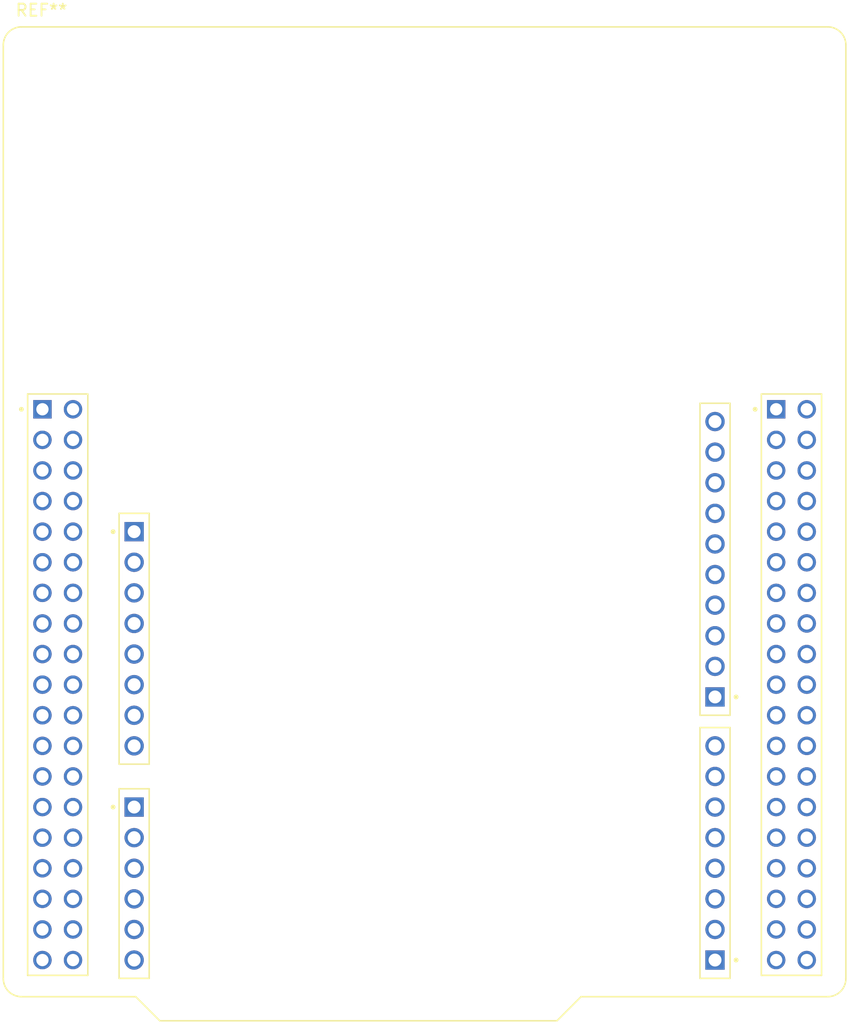
<source format=kicad_pcb>
(kicad_pcb (version 20240108) (generator "pcbnew") (generator_version "8.0")
  (layers (0 "F.Cu" signal) (31 "B.Cu" signal) (34 "B.Paste" user) (35 "F.Paste" user) (36 "B.SilkS" user "B.Silkscreen") (37 "F.SilkS" user "F.Silkscreen") (38 "B.Mask" user) (39 "F.Mask" user) (44 "Edge.Cuts" user))
  (net 0 "")
  (footprint "NUCLEO_F446RE:MODULE_NUCLEO-F446RE" (layer "F.Cu") (at 156.5 97)
    (property "Reference" "REF**" (at -31.825 -42.635 0) (layer "F.SilkS"))
    (property "Value" "MODULE_NUCLEO-F446RE")
    (fp_line (start -35 37.75) (end -35 -39.75) (stroke (width 0.127)) (layer "F.SilkS"))
    (fp_line (start -33.5 -41.25) (end 33.5 -41.25) (stroke (width 0.127)) (layer "F.SilkS"))
    (fp_line (start -32.98 -10.78) (end -32.98 37.48) (stroke (width 0.127)) (layer "F.SilkS"))
    (fp_line (start -32.98 37.48) (end -27.98 37.48) (stroke (width 0.127)) (layer "F.SilkS"))
    (fp_line (start -27.98 -10.78) (end -32.98 -10.78) (stroke (width 0.127)) (layer "F.SilkS"))
    (fp_line (start -27.98 37.48) (end -27.98 -10.78) (stroke (width 0.127)) (layer "F.SilkS"))
    (fp_line (start -25.38 -0.87) (end -25.38 19.95) (stroke (width 0.127)) (layer "F.SilkS"))
    (fp_line (start -25.38 19.95) (end -22.88 19.95) (stroke (width 0.127)) (layer "F.SilkS"))
    (fp_line (start -25.38 21.99) (end -25.38 37.73) (stroke (width 0.127)) (layer "F.SilkS"))
    (fp_line (start -25.38 37.73) (end -22.88 37.73) (stroke (width 0.127)) (layer "F.SilkS"))
    (fp_line (start -24 39.25) (end -33.5 39.25) (stroke (width 0.127)) (layer "F.SilkS"))
    (fp_line (start -22.88 -0.87) (end -25.38 -0.87) (stroke (width 0.127)) (layer "F.SilkS"))
    (fp_line (start -22.88 19.95) (end -22.88 -0.87) (stroke (width 0.127)) (layer "F.SilkS"))
    (fp_line (start -22.88 21.99) (end -25.38 21.99) (stroke (width 0.127)) (layer "F.SilkS"))
    (fp_line (start -22.88 37.73) (end -22.88 21.99) (stroke (width 0.127)) (layer "F.SilkS"))
    (fp_line (start -22 41.25) (end -24 39.25) (stroke (width 0.127)) (layer "F.SilkS"))
    (fp_line (start 11 41.25) (end -22 41.25) (stroke (width 0.127)) (layer "F.SilkS"))
    (fp_line (start 13 39.25) (end 11 41.25) (stroke (width 0.127)) (layer "F.SilkS"))
    (fp_line (start 22.88 -10.01) (end 22.88 15.89) (stroke (width 0.127)) (layer "F.SilkS"))
    (fp_line (start 22.88 15.89) (end 25.38 15.89) (stroke (width 0.127)) (layer "F.SilkS"))
    (fp_line (start 22.88 16.91) (end 22.88 37.73) (stroke (width 0.127)) (layer "F.SilkS"))
    (fp_line (start 22.88 37.73) (end 25.38 37.73) (stroke (width 0.127)) (layer "F.SilkS"))
    (fp_line (start 25.38 -10.01) (end 22.88 -10.01) (stroke (width 0.127)) (layer "F.SilkS"))
    (fp_line (start 25.38 15.89) (end 25.38 -10.01) (stroke (width 0.127)) (layer "F.SilkS"))
    (fp_line (start 25.38 16.91) (end 22.88 16.91) (stroke (width 0.127)) (layer "F.SilkS"))
    (fp_line (start 25.38 37.73) (end 25.38 16.91) (stroke (width 0.127)) (layer "F.SilkS"))
    (fp_line (start 27.98 -10.78) (end 27.98 37.48) (stroke (width 0.127)) (layer "F.SilkS"))
    (fp_line (start 27.98 37.48) (end 32.98 37.48) (stroke (width 0.127)) (layer "F.SilkS"))
    (fp_line (start 32.98 -10.78) (end 27.98 -10.78) (stroke (width 0.127)) (layer "F.SilkS"))
    (fp_line (start 32.98 37.48) (end 32.98 -10.78) (stroke (width 0.127)) (layer "F.SilkS"))
    (fp_line (start 33.5 39.25) (end 13 39.25) (stroke (width 0.127)) (layer "F.SilkS"))
    (fp_line (start 35 -39.75) (end 35 37.75) (stroke (width 0.127)) (layer "F.SilkS"))
    (fp_arc (start -35 -39.75) (mid -34.56066 -40.81066) (end -33.5 -41.25) (stroke (width 0.127)) (layer "F.SilkS"))
    (fp_arc (start -33.5 39.25) (mid -34.56066 38.81066) (end -35 37.75) (stroke (width 0.127)) (layer "F.SilkS"))
    (fp_arc (start 33.5 -41.25) (mid 34.56066 -40.81066) (end 35 -39.75) (stroke (width 0.127)) (layer "F.SilkS"))
    (fp_arc (start 35 37.75) (mid 34.56066 38.81066) (end 33.5 39.25) (stroke (width 0.127)) (layer "F.SilkS"))
    (fp_circle (center -33.5 -9.51) (end -33.4 -9.51) (stroke (width 0.2)) (fill none) (layer "F.SilkS"))
    (fp_circle (center -25.88 0.65) (end -25.78 0.65) (stroke (width 0.2)) (fill none) (layer "F.SilkS"))
    (fp_circle (center -25.88 23.51) (end -25.78 23.51) (stroke (width 0.2)) (fill none) (layer "F.SilkS"))
    (fp_circle (center 25.88 14.37) (end 25.98 14.37) (stroke (width 0.2)) (fill none) (layer "F.SilkS"))
    (fp_circle (center 25.88 36.21) (end 25.98 36.21) (stroke (width 0.2)) (fill none) (layer "F.SilkS"))
    (fp_circle (center 27.46 -9.51) (end 27.56 -9.51) (stroke (width 0.2)) (fill none) (layer "F.SilkS"))
    (pad "" np_thru_hole circle (at -24.13 -13.32) (size 3 3) (drill 3) (layers "*.Cu" "*.Mask"))
    (pad "" np_thru_hole circle (at 8.89 38.75) (size 3 3) (drill 3) (layers "*.Cu" "*.Mask"))
    (pad "" np_thru_hole circle (at 24.13 -12.05) (size 3 3) (drill 3) (layers "*.Cu" "*.Mask"))
    (pad "CN5_1" thru_hole rect (at 24.13 14.37) (size 1.605 1.605) (drill 1.07) (layers "*.Cu" "*.Mask"))
    (pad "CN5_2" thru_hole circle (at 24.13 11.83) (size 1.605 1.605) (drill 1.07) (layers "*.Cu" "*.Mask"))
    (pad "CN5_3" thru_hole circle (at 24.13 9.29) (size 1.605 1.605) (drill 1.07) (layers "*.Cu" "*.Mask"))
    (pad "CN5_4" thru_hole circle (at 24.13 6.75) (size 1.605 1.605) (drill 1.07) (layers "*.Cu" "*.Mask"))
    (pad "CN5_5" thru_hole circle (at 24.13 4.21) (size 1.605 1.605) (drill 1.07) (layers "*.Cu" "*.Mask"))
    (pad "CN5_6" thru_hole circle (at 24.13 1.67) (size 1.605 1.605) (drill 1.07) (layers "*.Cu" "*.Mask"))
    (pad "CN5_7" thru_hole circle (at 24.13 -0.87) (size 1.605 1.605) (drill 1.07) (layers "*.Cu" "*.Mask"))
    (pad "CN5_8" thru_hole circle (at 24.13 -3.41) (size 1.605 1.605) (drill 1.07) (layers "*.Cu" "*.Mask"))
    (pad "CN5_9" thru_hole circle (at 24.13 -5.95) (size 1.605 1.605) (drill 1.07) (layers "*.Cu" "*.Mask"))
    (pad "CN5_10" thru_hole circle (at 24.13 -8.49) (size 1.605 1.605) (drill 1.07) (layers "*.Cu" "*.Mask"))
    (pad "CN6_1" thru_hole rect (at -24.13 0.65) (size 1.605 1.605) (drill 1.07) (layers "*.Cu" "*.Mask"))
    (pad "CN6_2" thru_hole circle (at -24.13 3.19) (size 1.605 1.605) (drill 1.07) (layers "*.Cu" "*.Mask"))
    (pad "CN6_3" thru_hole circle (at -24.13 5.73) (size 1.605 1.605) (drill 1.07) (layers "*.Cu" "*.Mask"))
    (pad "CN6_4" thru_hole circle (at -24.13 8.27) (size 1.605 1.605) (drill 1.07) (layers "*.Cu" "*.Mask"))
    (pad "CN6_5" thru_hole circle (at -24.13 10.81) (size 1.605 1.605) (drill 1.07) (layers "*.Cu" "*.Mask"))
    (pad "CN6_6" thru_hole circle (at -24.13 13.35) (size 1.605 1.605) (drill 1.07) (layers "*.Cu" "*.Mask"))
    (pad "CN6_7" thru_hole circle (at -24.13 15.89) (size 1.605 1.605) (drill 1.07) (layers "*.Cu" "*.Mask"))
    (pad "CN6_8" thru_hole circle (at -24.13 18.43) (size 1.605 1.605) (drill 1.07) (layers "*.Cu" "*.Mask"))
    (pad "CN7_1" thru_hole rect (at -31.75 -9.51) (size 1.53 1.53) (drill 1.02) (layers "*.Cu" "*.Mask"))
    (pad "CN7_2" thru_hole circle (at -29.21 -9.51) (size 1.53 1.53) (drill 1.02) (layers "*.Cu" "*.Mask"))
    (pad "CN7_3" thru_hole circle (at -31.75 -6.97) (size 1.53 1.53) (drill 1.02) (layers "*.Cu" "*.Mask"))
    (pad "CN7_4" thru_hole circle (at -29.21 -6.97) (size 1.53 1.53) (drill 1.02) (layers "*.Cu" "*.Mask"))
    (pad "CN7_5" thru_hole circle (at -31.75 -4.43) (size 1.53 1.53) (drill 1.02) (layers "*.Cu" "*.Mask"))
    (pad "CN7_6" thru_hole circle (at -29.21 -4.43) (size 1.53 1.53) (drill 1.02) (layers "*.Cu" "*.Mask"))
    (pad "CN7_7" thru_hole circle (at -31.75 -1.89) (size 1.53 1.53) (drill 1.02) (layers "*.Cu" "*.Mask"))
    (pad "CN7_8" thru_hole circle (at -29.21 -1.89) (size 1.53 1.53) (drill 1.02) (layers "*.Cu" "*.Mask"))
    (pad "CN7_9" thru_hole circle (at -31.75 0.65) (size 1.53 1.53) (drill 1.02) (layers "*.Cu" "*.Mask"))
    (pad "CN7_10" thru_hole circle (at -29.21 0.65) (size 1.53 1.53) (drill 1.02) (layers "*.Cu" "*.Mask"))
    (pad "CN7_11" thru_hole circle (at -31.75 3.19) (size 1.53 1.53) (drill 1.02) (layers "*.Cu" "*.Mask"))
    (pad "CN7_12" thru_hole circle (at -29.21 3.19) (size 1.53 1.53) (drill 1.02) (layers "*.Cu" "*.Mask"))
    (pad "CN7_13" thru_hole circle (at -31.75 5.73) (size 1.53 1.53) (drill 1.02) (layers "*.Cu" "*.Mask"))
    (pad "CN7_14" thru_hole circle (at -29.21 5.73) (size 1.53 1.53) (drill 1.02) (layers "*.Cu" "*.Mask"))
    (pad "CN7_15" thru_hole circle (at -31.75 8.27) (size 1.53 1.53) (drill 1.02) (layers "*.Cu" "*.Mask"))
    (pad "CN7_16" thru_hole circle (at -29.21 8.27) (size 1.53 1.53) (drill 1.02) (layers "*.Cu" "*.Mask"))
    (pad "CN7_17" thru_hole circle (at -31.75 10.81) (size 1.53 1.53) (drill 1.02) (layers "*.Cu" "*.Mask"))
    (pad "CN7_18" thru_hole circle (at -29.21 10.81) (size 1.53 1.53) (drill 1.02) (layers "*.Cu" "*.Mask"))
    (pad "CN7_19" thru_hole circle (at -31.75 13.35) (size 1.53 1.53) (drill 1.02) (layers "*.Cu" "*.Mask"))
    (pad "CN7_20" thru_hole circle (at -29.21 13.35) (size 1.53 1.53) (drill 1.02) (layers "*.Cu" "*.Mask"))
    (pad "CN7_21" thru_hole circle (at -31.75 15.89) (size 1.53 1.53) (drill 1.02) (layers "*.Cu" "*.Mask"))
    (pad "CN7_22" thru_hole circle (at -29.21 15.89) (size 1.53 1.53) (drill 1.02) (layers "*.Cu" "*.Mask"))
    (pad "CN7_23" thru_hole circle (at -31.75 18.43) (size 1.53 1.53) (drill 1.02) (layers "*.Cu" "*.Mask"))
    (pad "CN7_24" thru_hole circle (at -29.21 18.43) (size 1.53 1.53) (drill 1.02) (layers "*.Cu" "*.Mask"))
    (pad "CN7_25" thru_hole circle (at -31.75 20.97) (size 1.53 1.53) (drill 1.02) (layers "*.Cu" "*.Mask"))
    (pad "CN7_26" thru_hole circle (at -29.21 20.97) (size 1.53 1.53) (drill 1.02) (layers "*.Cu" "*.Mask"))
    (pad "CN7_27" thru_hole circle (at -31.75 23.51) (size 1.53 1.53) (drill 1.02) (layers "*.Cu" "*.Mask"))
    (pad "CN7_28" thru_hole circle (at -29.21 23.51) (size 1.53 1.53) (drill 1.02) (layers "*.Cu" "*.Mask"))
    (pad "CN7_29" thru_hole circle (at -31.75 26.05) (size 1.53 1.53) (drill 1.02) (layers "*.Cu" "*.Mask"))
    (pad "CN7_30" thru_hole circle (at -29.21 26.05) (size 1.53 1.53) (drill 1.02) (layers "*.Cu" "*.Mask"))
    (pad "CN7_31" thru_hole circle (at -31.75 28.59) (size 1.53 1.53) (drill 1.02) (layers "*.Cu" "*.Mask"))
    (pad "CN7_32" thru_hole circle (at -29.21 28.59) (size 1.53 1.53) (drill 1.02) (layers "*.Cu" "*.Mask"))
    (pad "CN7_33" thru_hole circle (at -31.75 31.13) (size 1.53 1.53) (drill 1.02) (layers "*.Cu" "*.Mask"))
    (pad "CN7_34" thru_hole circle (at -29.21 31.13) (size 1.53 1.53) (drill 1.02) (layers "*.Cu" "*.Mask"))
    (pad "CN7_35" thru_hole circle (at -31.75 33.67) (size 1.53 1.53) (drill 1.02) (layers "*.Cu" "*.Mask"))
    (pad "CN7_36" thru_hole circle (at -29.21 33.67) (size 1.53 1.53) (drill 1.02) (layers "*.Cu" "*.Mask"))
    (pad "CN7_37" thru_hole circle (at -31.75 36.21) (size 1.53 1.53) (drill 1.02) (layers "*.Cu" "*.Mask"))
    (pad "CN7_38" thru_hole circle (at -29.21 36.21) (size 1.53 1.53) (drill 1.02) (layers "*.Cu" "*.Mask"))
    (pad "CN8_1" thru_hole rect (at -24.13 23.51) (size 1.605 1.605) (drill 1.07) (layers "*.Cu" "*.Mask"))
    (pad "CN8_2" thru_hole circle (at -24.13 26.05) (size 1.605 1.605) (drill 1.07) (layers "*.Cu" "*.Mask"))
    (pad "CN8_3" thru_hole circle (at -24.13 28.59) (size 1.605 1.605) (drill 1.07) (layers "*.Cu" "*.Mask"))
    (pad "CN8_4" thru_hole circle (at -24.13 31.13) (size 1.605 1.605) (drill 1.07) (layers "*.Cu" "*.Mask"))
    (pad "CN8_5" thru_hole circle (at -24.13 33.67) (size 1.605 1.605) (drill 1.07) (layers "*.Cu" "*.Mask"))
    (pad "CN8_6" thru_hole circle (at -24.13 36.21) (size 1.605 1.605) (drill 1.07) (layers "*.Cu" "*.Mask"))
    (pad "CN9_1" thru_hole rect (at 24.13 36.21) (size 1.605 1.605) (drill 1.07) (layers "*.Cu" "*.Mask"))
    (pad "CN9_2" thru_hole circle (at 24.13 33.67) (size 1.605 1.605) (drill 1.07) (layers "*.Cu" "*.Mask"))
    (pad "CN9_3" thru_hole circle (at 24.13 31.13) (size 1.605 1.605) (drill 1.07) (layers "*.Cu" "*.Mask"))
    (pad "CN9_4" thru_hole circle (at 24.13 28.59) (size 1.605 1.605) (drill 1.07) (layers "*.Cu" "*.Mask"))
    (pad "CN9_5" thru_hole circle (at 24.13 26.05) (size 1.605 1.605) (drill 1.07) (layers "*.Cu" "*.Mask"))
    (pad "CN9_6" thru_hole circle (at 24.13 23.51) (size 1.605 1.605) (drill 1.07) (layers "*.Cu" "*.Mask"))
    (pad "CN9_7" thru_hole circle (at 24.13 20.97) (size 1.605 1.605) (drill 1.07) (layers "*.Cu" "*.Mask"))
    (pad "CN9_8" thru_hole circle (at 24.13 18.43) (size 1.605 1.605) (drill 1.07) (layers "*.Cu" "*.Mask"))
    (pad "CN10_1" thru_hole rect (at 29.21 -9.51) (size 1.53 1.53) (drill 1.02) (layers "*.Cu" "*.Mask"))
    (pad "CN10_2" thru_hole circle (at 31.75 -9.51) (size 1.53 1.53) (drill 1.02) (layers "*.Cu" "*.Mask"))
    (pad "CN10_3" thru_hole circle (at 29.21 -6.97) (size 1.53 1.53) (drill 1.02) (layers "*.Cu" "*.Mask"))
    (pad "CN10_4" thru_hole circle (at 31.75 -6.97) (size 1.53 1.53) (drill 1.02) (layers "*.Cu" "*.Mask"))
    (pad "CN10_5" thru_hole circle (at 29.21 -4.43) (size 1.53 1.53) (drill 1.02) (layers "*.Cu" "*.Mask"))
    (pad "CN10_6" thru_hole circle (at 31.75 -4.43) (size 1.53 1.53) (drill 1.02) (layers "*.Cu" "*.Mask"))
    (pad "CN10_7" thru_hole circle (at 29.21 -1.89) (size 1.53 1.53) (drill 1.02) (layers "*.Cu" "*.Mask"))
    (pad "CN10_8" thru_hole circle (at 31.75 -1.89) (size 1.53 1.53) (drill 1.02) (layers "*.Cu" "*.Mask"))
    (pad "CN10_9" thru_hole circle (at 29.21 0.65) (size 1.53 1.53) (drill 1.02) (layers "*.Cu" "*.Mask"))
    (pad "CN10_10" thru_hole circle (at 31.75 0.65) (size 1.53 1.53) (drill 1.02) (layers "*.Cu" "*.Mask"))
    (pad "CN10_11" thru_hole circle (at 29.21 3.19) (size 1.53 1.53) (drill 1.02) (layers "*.Cu" "*.Mask"))
    (pad "CN10_12" thru_hole circle (at 31.75 3.19) (size 1.53 1.53) (drill 1.02) (layers "*.Cu" "*.Mask"))
    (pad "CN10_13" thru_hole circle (at 29.21 5.73) (size 1.53 1.53) (drill 1.02) (layers "*.Cu" "*.Mask"))
    (pad "CN10_14" thru_hole circle (at 31.75 5.73) (size 1.53 1.53) (drill 1.02) (layers "*.Cu" "*.Mask"))
    (pad "CN10_15" thru_hole circle (at 29.21 8.27) (size 1.53 1.53) (drill 1.02) (layers "*.Cu" "*.Mask"))
    (pad "CN10_16" thru_hole circle (at 31.75 8.27) (size 1.53 1.53) (drill 1.02) (layers "*.Cu" "*.Mask"))
    (pad "CN10_17" thru_hole circle (at 29.21 10.81) (size 1.53 1.53) (drill 1.02) (layers "*.Cu" "*.Mask"))
    (pad "CN10_18" thru_hole circle (at 31.75 10.81) (size 1.53 1.53) (drill 1.02) (layers "*.Cu" "*.Mask"))
    (pad "CN10_19" thru_hole circle (at 29.21 13.35) (size 1.53 1.53) (drill 1.02) (layers "*.Cu" "*.Mask"))
    (pad "CN10_20" thru_hole circle (at 31.75 13.35) (size 1.53 1.53) (drill 1.02) (layers "*.Cu" "*.Mask"))
    (pad "CN10_21" thru_hole circle (at 29.21 15.89) (size 1.53 1.53) (drill 1.02) (layers "*.Cu" "*.Mask"))
    (pad "CN10_22" thru_hole circle (at 31.75 15.89) (size 1.53 1.53) (drill 1.02) (layers "*.Cu" "*.Mask"))
    (pad "CN10_23" thru_hole circle (at 29.21 18.43) (size 1.53 1.53) (drill 1.02) (layers "*.Cu" "*.Mask"))
    (pad "CN10_24" thru_hole circle (at 31.75 18.43) (size 1.53 1.53) (drill 1.02) (layers "*.Cu" "*.Mask"))
    (pad "CN10_25" thru_hole circle (at 29.21 20.97) (size 1.53 1.53) (drill 1.02) (layers "*.Cu" "*.Mask"))
    (pad "CN10_26" thru_hole circle (at 31.75 20.97) (size 1.53 1.53) (drill 1.02) (layers "*.Cu" "*.Mask"))
    (pad "CN10_27" thru_hole circle (at 29.21 23.51) (size 1.53 1.53) (drill 1.02) (layers "*.Cu" "*.Mask"))
    (pad "CN10_28" thru_hole circle (at 31.75 23.51) (size 1.53 1.53) (drill 1.02) (layers "*.Cu" "*.Mask"))
    (pad "CN10_29" thru_hole circle (at 29.21 26.05) (size 1.53 1.53) (drill 1.02) (layers "*.Cu" "*.Mask"))
    (pad "CN10_30" thru_hole circle (at 31.75 26.05) (size 1.53 1.53) (drill 1.02) (layers "*.Cu" "*.Mask"))
    (pad "CN10_31" thru_hole circle (at 29.21 28.59) (size 1.53 1.53) (drill 1.02) (layers "*.Cu" "*.Mask"))
    (pad "CN10_32" thru_hole circle (at 31.75 28.59) (size 1.53 1.53) (drill 1.02) (layers "*.Cu" "*.Mask"))
    (pad "CN10_33" thru_hole circle (at 29.21 31.13) (size 1.53 1.53) (drill 1.02) (layers "*.Cu" "*.Mask"))
    (pad "CN10_34" thru_hole circle (at 31.75 31.13) (size 1.53 1.53) (drill 1.02) (layers "*.Cu" "*.Mask"))
    (pad "CN10_35" thru_hole circle (at 29.21 33.67) (size 1.53 1.53) (drill 1.02) (layers "*.Cu" "*.Mask"))
    (pad "CN10_36" thru_hole circle (at 31.75 33.67) (size 1.53 1.53) (drill 1.02) (layers "*.Cu" "*.Mask"))
    (pad "CN10_37" thru_hole circle (at 29.21 36.21) (size 1.53 1.53) (drill 1.02) (layers "*.Cu" "*.Mask"))
    (pad "CN10_38" thru_hole circle (at 31.75 36.21) (size 1.53 1.53) (drill 1.02) (layers "*.Cu" "*.Mask"))
  )
)
</source>
